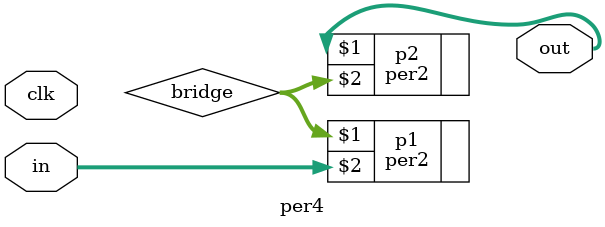
<source format=sv>
module per4 (output [7:0]out,input [7:0]in,input clk); // per4 da 4dt

  wire [7:0]bridge;
  reg [7:0]in_data;
  per2 p1(bridge,in);
  per2 p2(out,bridge);

  always @ ( posedge clk ) begin
    in_data=in;
  end

endmodule

</source>
